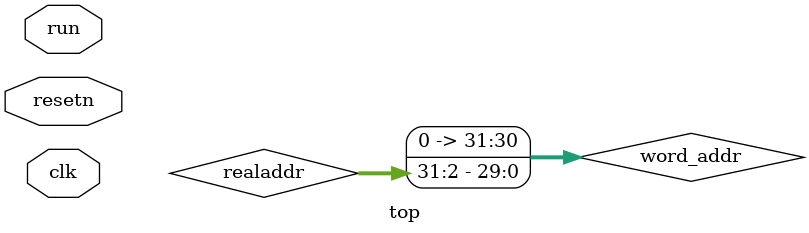
<source format=v>
`timescale 10ns/10ns

module top(/*AUTOARG*/
	input clk,
	input run,
	input resetn
);

    /*AUTOWIRE*/
    // Beginning of automatic wires (for undeclared instantiated-module outputs)
    wire		W;			// From core0 of proc.v
    wire [31:0]		din;			// From mem0 of memory.v
    wire [31:0]		dout;			// From core0 of proc.v
    wire [31:0]		realaddr;		// From core0 of proc.v
	wire [31:0] waste;
	wire [31:0] ina;
	wire [21:0] temp;
	reg [31:0] temp2;

	wire [31:0] word_addr;
	wire inst_mem_cs, SW_cs, seg7_cs, LED_reg_cs, x_cs, y_cs, col_cs, vga_write_cs;

	wire [8:0] colour;
	wire [15:0] x;
	wire [15:0] y;
	wire writeEn;

	assign word_addr = realaddr >> 2;

	assign inst_mem_cs = (realaddr[15:12] == 4'h0);
    assign LED_reg_cs = (realaddr[15:12] == 4'h1);
    assign seg7_cs = (realaddr[15:12] == 4'h2);
    assign SW_cs = (realaddr[15:12] == 4'h3);
    assign vga_cs = (realaddr[15:12] == 4'h4);
	//assign kbd_data_cs = (word_addr == 16'h5000);  // PS2 Keyboard data register port
    //assign kbd_makeBreak_cs = (word_addr == 16'h5001);  // PS2 Keyboard makeBreak register port
    //assign kbd_edgeCapture_cs = (word_addr == 16'h5002);  // PS2 Keyboard edgeCapture register port


    assign x_cs = (realaddr[3:0] == 4'h0);
    assign y_cs = (realaddr[3:0] == 4'h4);
    assign col_cs = (realaddr[3:0] == 4'h8);
    assign vga_write_cs = (realaddr[3:0] == 4'hC);
		
	assign LEDR = temp2[9:0];

    pipeline core0 (//simulation core
		// Outputs
		.dout			(dout[31:0]),
		.realaddr		(realaddr[31:0]),
		.W			(W),
		// Inputs
		.din			(din[31:0]),
		.resetn			(resetn),
		.clk			(clk),
		.run			(run));


    memory mem0(
		 //Outputs
		.din			(din[31:0]),
		 //Inputs
		.clk			(clk),
		.W			(W),
		.realaddr		(word_addr[15:0]),
		.dout			(dout[31:0]));
    

	regn #(.n(9)) U8 (dout[8:0], resetn, vga_cs & W & col_cs, clk, colour);
    regn #(.n(16)) U9 (dout[15:0], resetn, vga_cs & W & x_cs, clk, x);
    regn #(.n(16)) U10 (dout[15:0], resetn, vga_cs & W & y_cs, clk, y);
    regn #(.n(1)) U11 (dout[0], resetn, vga_cs & W & vga_write_cs, clk, writeEn);
	

	// Dump waves
    initial begin
        $dumpfile("dump.vcd");
        $dumpvars(1, top);
    end
endmodule
</source>
